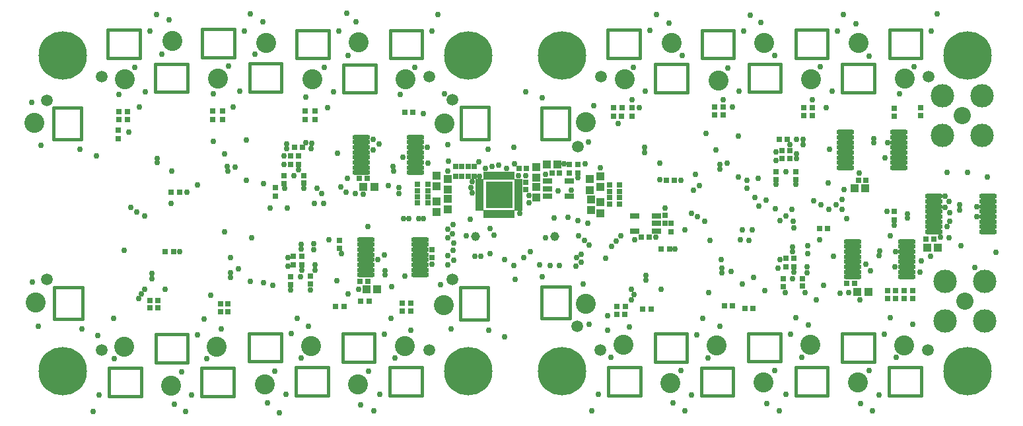
<source format=gts>
G04*
G04 #@! TF.GenerationSoftware,Altium Limited,Altium Designer,18.1.6 (161)*
G04*
G04 Layer_Color=8388736*
%FSLAX44Y44*%
%MOMM*%
G71*
G01*
G75*
%ADD14C,0.4064*%
%ADD28O,2.3032X0.6532*%
%ADD29R,0.7032X0.8032*%
%ADD30R,0.8032X0.7032*%
%ADD31R,0.8032X0.7532*%
%ADD32R,1.3032X0.8032*%
%ADD33R,1.1032X1.0032*%
%ADD34R,0.7532X0.8032*%
%ADD35R,0.8032X0.8032*%
%ADD36R,1.0032X1.1032*%
%ADD37R,0.8032X0.8032*%
%ADD38R,3.3528X3.3528*%
%ADD39R,0.5080X1.0160*%
%ADD40R,1.0160X0.5080*%
%ADD41C,2.2032*%
%ADD42C,3.0032*%
%ADD43C,1.1684*%
%ADD44C,0.7620*%
%ADD45C,1.5032*%
%ADD46C,2.5654*%
%ADD47C,6.2032*%
D14*
X709823Y364423D02*
Y405571D01*
X673755Y364423D02*
Y405571D01*
Y364423D02*
X709823D01*
X673755Y405571D02*
X709823D01*
X1161070Y469144D02*
Y505212D01*
X1119922Y469144D02*
Y505212D01*
X1161070D01*
X1119922Y469144D02*
X1161070D01*
X1119462Y36328D02*
Y72396D01*
X1160610Y36328D02*
Y72396D01*
X1119462Y36328D02*
X1160610D01*
X1119462Y72396D02*
X1160610D01*
X980222Y79820D02*
Y115888D01*
X939074Y79820D02*
Y115888D01*
X980222D01*
X939074Y79820D02*
X980222D01*
X878862Y36016D02*
Y72084D01*
X920010Y36016D02*
Y72084D01*
X878862Y36016D02*
X920010D01*
X878862Y72084D02*
X920010D01*
X860496Y79396D02*
Y115464D01*
X819348Y79396D02*
Y115464D01*
X860496D01*
X819348Y79396D02*
X860496D01*
X999760Y36469D02*
Y72537D01*
X1040908Y36469D02*
Y72537D01*
X999760Y36469D02*
X1040908D01*
X999760Y72537D02*
X1040908D01*
X1100618Y79762D02*
Y115830D01*
X1059470Y79762D02*
Y115830D01*
X1100618D01*
X1059470Y79762D02*
X1100618D01*
X939546Y425374D02*
Y461442D01*
X980694Y425374D02*
Y461442D01*
X939546Y425374D02*
X980694D01*
X939546Y461442D02*
X980694D01*
X920540Y468718D02*
Y504786D01*
X879392Y468718D02*
Y504786D01*
X920540D01*
X879392Y468718D02*
X920540D01*
X800109Y469199D02*
Y505267D01*
X758961Y469199D02*
Y505267D01*
X800109D01*
X758961Y469199D02*
X800109D01*
X674056Y176040D02*
X710124D01*
X674056Y134892D02*
X710124D01*
X674056D02*
Y176040D01*
X710124Y134892D02*
Y176040D01*
X569610Y133605D02*
X605678D01*
X569610Y174753D02*
X605678D01*
Y133605D02*
Y174753D01*
X569610Y133605D02*
Y174753D01*
X759730Y36494D02*
Y72562D01*
X800878Y36494D02*
Y72562D01*
X759730Y36494D02*
X800878D01*
X759730Y72562D02*
X800878D01*
X1040868Y468884D02*
Y504952D01*
X999720Y468884D02*
Y504952D01*
X1040868D01*
X999720Y468884D02*
X1040868D01*
X819682Y424942D02*
Y461010D01*
X860830Y424942D02*
Y461010D01*
X819682Y424942D02*
X860830D01*
X819682Y461010D02*
X860830D01*
X570418Y364893D02*
X606486D01*
X570418Y406041D02*
X606486D01*
Y364893D02*
Y406041D01*
X570418Y364893D02*
Y406041D01*
X1059410Y424942D02*
Y461010D01*
X1100558Y424942D02*
Y461010D01*
X1059410Y424942D02*
X1100558D01*
X1059410Y461010D02*
X1100558D01*
X340090Y80094D02*
Y116162D01*
X298942Y80094D02*
Y116162D01*
X340090D01*
X298942Y80094D02*
X340090D01*
X459978Y79708D02*
Y115776D01*
X418830Y79708D02*
Y115776D01*
X459978D01*
X418830Y79708D02*
X459978D01*
X49352Y134185D02*
X85420D01*
X49352Y175333D02*
X85420D01*
Y134185D02*
Y175333D01*
X49352Y134185D02*
Y175333D01*
X220650Y78546D02*
Y114614D01*
X179502Y78546D02*
Y114614D01*
X220650D01*
X179502Y78546D02*
X220650D01*
X359166Y36469D02*
Y72537D01*
X400314Y36469D02*
Y72537D01*
X359166Y36469D02*
X400314D01*
X359166Y72537D02*
X400314D01*
X479622Y36469D02*
Y72537D01*
X520770Y36469D02*
Y72537D01*
X479622Y36469D02*
X520770D01*
X479622Y72537D02*
X520770D01*
X119704Y35544D02*
Y71612D01*
X160852Y35544D02*
Y71612D01*
X119704Y35544D02*
X160852D01*
X119704Y71612D02*
X160852D01*
X238322Y35544D02*
Y71612D01*
X279470Y35544D02*
Y71612D01*
X238322Y35544D02*
X279470D01*
X238322Y71612D02*
X279470D01*
X280138Y469724D02*
Y505792D01*
X238990Y469724D02*
Y505792D01*
X280138D01*
X238990Y469724D02*
X280138D01*
X401490Y468630D02*
Y504698D01*
X360342Y468630D02*
Y504698D01*
X401490D01*
X360342Y468630D02*
X401490D01*
X521124Y468424D02*
Y504492D01*
X479976Y468424D02*
Y504492D01*
X521124D01*
X479976Y468424D02*
X521124D01*
X48000Y364320D02*
X84068D01*
X48000Y405468D02*
X84068D01*
Y364320D02*
Y405468D01*
X48000Y364320D02*
Y405468D01*
X299490Y425704D02*
Y461772D01*
X340638Y425704D02*
Y461772D01*
X299490Y425704D02*
X340638D01*
X299490Y461772D02*
X340638D01*
X420394Y424688D02*
Y460756D01*
X461542Y424688D02*
Y460756D01*
X420394Y424688D02*
X461542D01*
X420394Y460756D02*
X461542D01*
X179086Y425368D02*
Y461436D01*
X220234Y425368D02*
Y461436D01*
X179086Y425368D02*
X220234D01*
X179086Y461436D02*
X220234D01*
X159248Y468906D02*
Y504974D01*
X118100Y468906D02*
Y504974D01*
X159248D01*
X118100Y468906D02*
X159248D01*
D28*
X518072Y190754D02*
D03*
Y197254D02*
D03*
Y203754D02*
D03*
Y210254D02*
D03*
Y216754D02*
D03*
Y223254D02*
D03*
Y229754D02*
D03*
Y236254D02*
D03*
X449072Y190754D02*
D03*
Y197254D02*
D03*
Y203754D02*
D03*
Y210254D02*
D03*
Y216754D02*
D03*
Y223254D02*
D03*
Y229754D02*
D03*
Y236254D02*
D03*
X1073150Y233680D02*
D03*
Y227180D02*
D03*
Y220680D02*
D03*
Y214180D02*
D03*
Y207680D02*
D03*
Y201180D02*
D03*
Y194680D02*
D03*
Y188180D02*
D03*
X1142150Y233680D02*
D03*
Y227180D02*
D03*
Y220680D02*
D03*
Y214180D02*
D03*
Y207680D02*
D03*
Y201180D02*
D03*
Y194680D02*
D03*
Y188180D02*
D03*
X1177124Y291710D02*
D03*
Y285210D02*
D03*
Y278710D02*
D03*
Y272210D02*
D03*
Y265710D02*
D03*
Y259210D02*
D03*
Y252710D02*
D03*
Y246210D02*
D03*
X1246124Y291710D02*
D03*
Y285210D02*
D03*
Y278710D02*
D03*
Y272210D02*
D03*
Y265710D02*
D03*
Y259210D02*
D03*
Y252710D02*
D03*
Y246210D02*
D03*
X1063332Y373668D02*
D03*
Y367168D02*
D03*
Y360668D02*
D03*
Y354168D02*
D03*
Y347668D02*
D03*
Y341168D02*
D03*
Y334668D02*
D03*
Y328168D02*
D03*
X1132332Y373668D02*
D03*
Y367168D02*
D03*
Y360668D02*
D03*
Y354168D02*
D03*
Y347668D02*
D03*
Y341168D02*
D03*
Y334668D02*
D03*
Y328168D02*
D03*
X443318Y367572D02*
D03*
Y361072D02*
D03*
Y354572D02*
D03*
Y348072D02*
D03*
Y341572D02*
D03*
Y335072D02*
D03*
Y328572D02*
D03*
Y322072D02*
D03*
X512318Y367572D02*
D03*
Y361072D02*
D03*
Y354572D02*
D03*
Y348072D02*
D03*
Y341572D02*
D03*
Y335072D02*
D03*
Y328572D02*
D03*
Y322072D02*
D03*
D29*
X377444Y189150D02*
D03*
Y179150D02*
D03*
X352498Y188642D02*
D03*
Y178642D02*
D03*
X1008522Y176356D02*
D03*
Y186356D02*
D03*
X983576Y175848D02*
D03*
Y185848D02*
D03*
X999723Y313410D02*
D03*
Y323410D02*
D03*
X974577Y312902D02*
D03*
Y322902D02*
D03*
X654050Y300054D02*
D03*
Y310054D02*
D03*
X369316Y318436D02*
D03*
Y308436D02*
D03*
X344170Y317928D02*
D03*
Y307928D02*
D03*
D30*
X451278Y182880D02*
D03*
X441278D02*
D03*
X1075356Y180306D02*
D03*
X1065356D02*
D03*
X1177210Y236728D02*
D03*
X1167210D02*
D03*
X1090088Y312420D02*
D03*
X1080088D02*
D03*
X440770Y314706D02*
D03*
X450770D02*
D03*
X654986Y327152D02*
D03*
X644986D02*
D03*
X802006Y239000D02*
D03*
X812006D02*
D03*
X687250Y321818D02*
D03*
X697250D02*
D03*
D31*
X840250Y257000D02*
D03*
Y246500D02*
D03*
X832750Y256878D02*
D03*
Y267378D02*
D03*
X709853Y321648D02*
D03*
Y332148D02*
D03*
X720750D02*
D03*
Y321648D02*
D03*
X332740Y302684D02*
D03*
Y292184D02*
D03*
X533446Y223260D02*
D03*
Y212760D02*
D03*
X1126490Y261704D02*
D03*
Y272204D02*
D03*
X1160018Y394800D02*
D03*
Y405300D02*
D03*
X1150112Y171112D02*
D03*
Y160612D02*
D03*
X1117346Y170858D02*
D03*
Y160358D02*
D03*
X1128268Y171112D02*
D03*
Y160612D02*
D03*
X1139190Y171112D02*
D03*
Y160612D02*
D03*
X1010158Y395054D02*
D03*
Y405554D02*
D03*
X906780Y396070D02*
D03*
Y406570D02*
D03*
X789686Y394546D02*
D03*
Y405046D02*
D03*
X1020826Y394970D02*
D03*
Y405470D02*
D03*
X896112Y396070D02*
D03*
Y406570D02*
D03*
X1125982Y394292D02*
D03*
Y404792D02*
D03*
X415036Y224874D02*
D03*
Y235374D02*
D03*
X495300Y144356D02*
D03*
Y154856D02*
D03*
X262382Y143340D02*
D03*
Y153840D02*
D03*
X506476Y144356D02*
D03*
Y154856D02*
D03*
X272034Y143340D02*
D03*
Y153840D02*
D03*
X371000Y400728D02*
D03*
Y390228D02*
D03*
X131572Y365674D02*
D03*
Y376174D02*
D03*
X143256Y400220D02*
D03*
Y389720D02*
D03*
X132080Y400220D02*
D03*
Y389720D02*
D03*
X383540Y400728D02*
D03*
Y390228D02*
D03*
X252730Y400728D02*
D03*
Y390228D02*
D03*
X264922Y400728D02*
D03*
Y390228D02*
D03*
D32*
X793208Y247250D02*
D03*
Y266250D02*
D03*
X821208D02*
D03*
Y256750D02*
D03*
Y247250D02*
D03*
X709556Y311036D02*
D03*
Y292036D02*
D03*
X681556D02*
D03*
Y301536D02*
D03*
Y311036D02*
D03*
D33*
X749554Y283860D02*
D03*
Y269860D02*
D03*
X737500Y287942D02*
D03*
Y273942D02*
D03*
X553466Y288766D02*
D03*
Y274766D02*
D03*
X539750Y285500D02*
D03*
Y271500D02*
D03*
X667426Y329250D02*
D03*
Y315250D02*
D03*
X736092Y313578D02*
D03*
Y299578D02*
D03*
X749554Y317642D02*
D03*
Y303642D02*
D03*
X553466Y314214D02*
D03*
Y300214D02*
D03*
X539750Y318484D02*
D03*
Y304484D02*
D03*
X667426Y304102D02*
D03*
Y290102D02*
D03*
D34*
X989000Y364750D02*
D03*
X978500D02*
D03*
X827616Y224282D02*
D03*
X838116D02*
D03*
X992489Y339716D02*
D03*
X981989D02*
D03*
X992349Y350638D02*
D03*
X981849D02*
D03*
X1040838Y250250D02*
D03*
X1030338D02*
D03*
X997582Y212277D02*
D03*
X987082D02*
D03*
X945304Y148082D02*
D03*
X934804D02*
D03*
X918888Y151638D02*
D03*
X908388D02*
D03*
X780966Y140462D02*
D03*
X770466D02*
D03*
X781220Y150622D02*
D03*
X770720D02*
D03*
X814240Y147320D02*
D03*
X803740D02*
D03*
X777156Y405384D02*
D03*
X766656D02*
D03*
X776902Y394546D02*
D03*
X766402D02*
D03*
X366504Y215071D02*
D03*
X356004D02*
D03*
X442298Y157480D02*
D03*
X452798D02*
D03*
X172042Y148844D02*
D03*
X182542D02*
D03*
X420540Y150368D02*
D03*
X410040D02*
D03*
X171788Y157734D02*
D03*
X182288D02*
D03*
X498686Y399288D02*
D03*
X509186D02*
D03*
X210016Y296926D02*
D03*
X199516D02*
D03*
X357000Y354572D02*
D03*
X367500D02*
D03*
X362500Y343632D02*
D03*
X352000D02*
D03*
X362482Y332750D02*
D03*
X351982D02*
D03*
X844434Y312420D02*
D03*
X833934D02*
D03*
X997722Y201355D02*
D03*
X987222D02*
D03*
X202100Y220336D02*
D03*
X191600D02*
D03*
X356144Y204149D02*
D03*
X366644D02*
D03*
D35*
X761088Y281878D02*
D03*
Y289878D02*
D03*
Y297878D02*
D03*
Y305878D02*
D03*
X774088D02*
D03*
Y297878D02*
D03*
Y289878D02*
D03*
Y281878D02*
D03*
X528216Y306974D02*
D03*
Y298974D02*
D03*
Y290974D02*
D03*
Y282974D02*
D03*
X515216D02*
D03*
Y290974D02*
D03*
Y298974D02*
D03*
Y306974D02*
D03*
D36*
X694500Y332250D02*
D03*
X680500D02*
D03*
X1079104Y169164D02*
D03*
X1093104D02*
D03*
X1168258Y226060D02*
D03*
X1182258D02*
D03*
X1089264Y302006D02*
D03*
X1075264D02*
D03*
X449358Y172720D02*
D03*
X463358D02*
D03*
X445628Y303784D02*
D03*
X459628D02*
D03*
D37*
X563818Y330350D02*
D03*
X571818D02*
D03*
X579818D02*
D03*
X587818D02*
D03*
Y317350D02*
D03*
X579818D02*
D03*
X571818D02*
D03*
X563818D02*
D03*
D38*
X619506Y293624D02*
D03*
D39*
X601980Y318516D02*
D03*
X607060D02*
D03*
X611886D02*
D03*
X616966D02*
D03*
X622046D02*
D03*
X627126D02*
D03*
X631952D02*
D03*
X637032D02*
D03*
Y268732D02*
D03*
X631952D02*
D03*
X627126D02*
D03*
X622046D02*
D03*
X616966D02*
D03*
X611886D02*
D03*
X607060D02*
D03*
X601980D02*
D03*
D40*
X644398Y311150D02*
D03*
Y306070D02*
D03*
Y301244D02*
D03*
Y296164D02*
D03*
Y291084D02*
D03*
Y286004D02*
D03*
Y281178D02*
D03*
Y276098D02*
D03*
X594614D02*
D03*
Y281178D02*
D03*
Y286004D02*
D03*
Y291084D02*
D03*
Y296164D02*
D03*
Y301244D02*
D03*
Y306070D02*
D03*
Y311150D02*
D03*
D41*
X1213228Y394752D02*
D03*
X1216568Y157638D02*
D03*
D42*
X1187828Y420152D02*
D03*
Y369352D02*
D03*
X1238628D02*
D03*
Y420152D02*
D03*
X1191168Y183038D02*
D03*
Y132238D02*
D03*
X1241968D02*
D03*
Y183038D02*
D03*
D43*
X690800Y240000D02*
D03*
X589200D02*
D03*
D44*
X550000Y422722D02*
D03*
X711785Y299265D02*
D03*
X852330Y312420D02*
D03*
X825558Y313192D02*
D03*
X890086Y234950D02*
D03*
X756589Y212286D02*
D03*
X1120902Y240866D02*
D03*
X1030750Y235750D02*
D03*
X425016Y315104D02*
D03*
X322771Y26771D02*
D03*
X203080Y25080D02*
D03*
X1143500Y269402D02*
D03*
X1143250Y263833D02*
D03*
X871630Y319870D02*
D03*
X902500Y326795D02*
D03*
Y332750D02*
D03*
X362482Y325947D02*
D03*
X371518Y360518D02*
D03*
X347250Y352806D02*
D03*
X1001000Y340000D02*
D03*
Y346118D02*
D03*
X806250Y354572D02*
D03*
X806039Y348017D02*
D03*
X1000549Y364268D02*
D03*
X992349Y357500D02*
D03*
X884840Y372340D02*
D03*
X1161250Y209000D02*
D03*
X1159307Y194259D02*
D03*
X1211750Y228500D02*
D03*
X720500Y315301D02*
D03*
X729750Y333000D02*
D03*
X702876Y333699D02*
D03*
X679156Y319468D02*
D03*
X685038Y202692D02*
D03*
X690534Y264263D02*
D03*
X646282Y270263D02*
D03*
X577516Y241412D02*
D03*
X561632Y231432D02*
D03*
X560578Y255270D02*
D03*
X522250Y263320D02*
D03*
X491250Y295656D02*
D03*
Y302500D02*
D03*
X503750Y263320D02*
D03*
X516500Y263250D02*
D03*
X497500Y263320D02*
D03*
X679033Y238262D02*
D03*
X612380Y300750D02*
D03*
X612376Y293624D02*
D03*
X695214Y298250D02*
D03*
X749554Y328054D02*
D03*
X733085Y257415D02*
D03*
X720500Y260630D02*
D03*
X736346Y273924D02*
D03*
X654050Y318008D02*
D03*
X1065220Y262780D02*
D03*
X1059680Y275000D02*
D03*
X1052086Y280750D02*
D03*
X1059250Y287500D02*
D03*
X961547Y286514D02*
D03*
X997524Y251190D02*
D03*
X997000Y260000D02*
D03*
X1042000Y275000D02*
D03*
X1032250Y280495D02*
D03*
X1023000Y286250D02*
D03*
X995250Y274882D02*
D03*
X883500Y260000D02*
D03*
X952880Y278962D02*
D03*
X974137Y275750D02*
D03*
X874250Y265500D02*
D03*
X866186Y270000D02*
D03*
X947750Y289789D02*
D03*
X937500Y301750D02*
D03*
Y312500D02*
D03*
X951964Y314941D02*
D03*
X926279Y316776D02*
D03*
X868750Y299250D02*
D03*
X876750Y305000D02*
D03*
X857750Y248750D02*
D03*
X820926Y239000D02*
D03*
X793208Y235966D02*
D03*
X980130Y260630D02*
D03*
X987000Y266750D02*
D03*
X832358Y276352D02*
D03*
X764000Y227250D02*
D03*
X769802Y234500D02*
D03*
X775250Y240656D02*
D03*
X735076Y228824D02*
D03*
X944326Y248441D02*
D03*
X931750Y248500D02*
D03*
X940131Y234869D02*
D03*
X929306Y235966D02*
D03*
X1209750Y274250D02*
D03*
X1210000Y280782D02*
D03*
X1197558Y270763D02*
D03*
X1126490Y254510D02*
D03*
X1116500Y272250D02*
D03*
X1172494Y215006D02*
D03*
X1231960Y265710D02*
D03*
X1197500Y260000D02*
D03*
X1196308Y238512D02*
D03*
X1185558Y239762D02*
D03*
X1194054Y252730D02*
D03*
X1231946Y278710D02*
D03*
X1127637Y220680D02*
D03*
X1128948Y85426D02*
D03*
X1149570Y127762D02*
D03*
X1196340Y284988D02*
D03*
X1191696Y291664D02*
D03*
X1191514Y277876D02*
D03*
X946150Y187498D02*
D03*
X996076Y185848D02*
D03*
X979772Y210245D02*
D03*
X977392Y199323D02*
D03*
X728756Y235174D02*
D03*
X721106Y241046D02*
D03*
X1117632Y360668D02*
D03*
X1015492Y218440D02*
D03*
X1015702Y228092D02*
D03*
X329608Y177970D02*
D03*
X610362Y330200D02*
D03*
X391922Y295656D02*
D03*
X612775Y241808D02*
D03*
X383286Y196850D02*
D03*
X1014364Y200914D02*
D03*
X618744Y331470D02*
D03*
X386588Y302337D02*
D03*
X608076Y250444D02*
D03*
X383286Y203708D02*
D03*
X997722Y194377D02*
D03*
X660081Y220726D02*
D03*
X671576Y203454D02*
D03*
X725170Y207010D02*
D03*
X718566Y213122D02*
D03*
X718379Y202117D02*
D03*
X725170Y217678D02*
D03*
X707644Y264632D02*
D03*
X651256Y212894D02*
D03*
X697150Y202692D02*
D03*
X825558Y334322D02*
D03*
X845312Y224282D02*
D03*
X827532Y172466D02*
D03*
X792884Y166116D02*
D03*
X789178Y172466D02*
D03*
X788924Y159313D02*
D03*
X496062Y341884D02*
D03*
X484124Y324104D02*
D03*
X483870Y329692D02*
D03*
X401113Y235679D02*
D03*
X423418Y296926D02*
D03*
X394462Y282956D02*
D03*
X416814Y304038D02*
D03*
X383032Y282956D02*
D03*
X348234Y276606D02*
D03*
X451104Y252730D02*
D03*
X454406Y223254D02*
D03*
X451104Y229754D02*
D03*
X454406Y236254D02*
D03*
X326164Y276606D02*
D03*
X594464Y317350D02*
D03*
X527800Y354572D02*
D03*
X199586Y324162D02*
D03*
X199516Y282322D02*
D03*
X191122Y172607D02*
D03*
X585216Y310134D02*
D03*
X457868Y364585D02*
D03*
X554228Y249174D02*
D03*
X157734Y160274D02*
D03*
X147066Y277079D02*
D03*
X584962Y296164D02*
D03*
X458216Y351536D02*
D03*
X554228Y238252D02*
D03*
X165354Y172720D02*
D03*
X165100Y266446D02*
D03*
X583438Y303276D02*
D03*
X559816Y243586D02*
D03*
X465398Y358648D02*
D03*
X161290Y166750D02*
D03*
X155448Y271526D02*
D03*
X318008Y307848D02*
D03*
X638810Y354114D02*
D03*
X593598Y336130D02*
D03*
X553466Y274766D02*
D03*
X553466Y323850D02*
D03*
X554990Y336804D02*
D03*
X210262Y220336D02*
D03*
X219588Y297180D02*
D03*
X174208Y192571D02*
D03*
X473456Y191102D02*
D03*
Y196596D02*
D03*
X498602Y189484D02*
D03*
X560832Y222060D02*
D03*
X554228Y215646D02*
D03*
X561086Y209804D02*
D03*
X554228Y203962D02*
D03*
X344132Y332710D02*
D03*
X626872Y210566D02*
D03*
X317500Y181102D02*
D03*
X348694Y202117D02*
D03*
X638302Y202692D02*
D03*
X658114Y283210D02*
D03*
X608330Y218440D02*
D03*
X582676Y262382D02*
D03*
X596392Y214884D02*
D03*
X588296Y215071D02*
D03*
X974539Y337684D02*
D03*
X417576Y217932D02*
D03*
X533446Y204516D02*
D03*
X477577Y305365D02*
D03*
X629412Y327660D02*
D03*
X382270Y223266D02*
D03*
X382016Y230632D02*
D03*
X366644Y197319D02*
D03*
X445628Y294782D02*
D03*
X435102Y295656D02*
D03*
X640334Y185206D02*
D03*
X658368Y292354D02*
D03*
X639318Y332994D02*
D03*
X644398Y318008D02*
D03*
X601980Y327456D02*
D03*
X1245292Y316300D02*
D03*
X1193546Y322326D02*
D03*
X1220182Y322360D02*
D03*
X1256680Y219598D02*
D03*
X1229614Y200406D02*
D03*
X1107186Y221488D02*
D03*
X1106932Y215646D02*
D03*
X1100021Y360172D02*
D03*
X1100154Y365674D02*
D03*
X1061894Y300054D02*
D03*
X1041146Y308864D02*
D03*
X1081024Y321818D02*
D03*
X1020826Y415798D02*
D03*
X553600Y358274D02*
D03*
X734254Y360862D02*
D03*
X740854Y407734D02*
D03*
X792014Y457212D02*
D03*
X789686Y415544D02*
D03*
X837244Y513528D02*
D03*
X854202Y472434D02*
D03*
X912864Y455688D02*
D03*
X906780Y415544D02*
D03*
X1009513Y364776D02*
D03*
X955321Y514831D02*
D03*
X973248Y472434D02*
D03*
X1132900Y422916D02*
D03*
X1076972Y513068D02*
D03*
X1093712Y471678D02*
D03*
X522780Y397970D02*
D03*
X758698Y120396D02*
D03*
X758444Y138346D02*
D03*
X439518Y172720D02*
D03*
X1083056Y26416D02*
D03*
X1093712Y68338D02*
D03*
X1127010Y201180D02*
D03*
X962660Y26416D02*
D03*
X972636Y68396D02*
D03*
X1007333Y85567D02*
D03*
X1016054Y126438D02*
D03*
X1082294Y158750D02*
D03*
X1067562Y168656D02*
D03*
X1056386Y167470D02*
D03*
X1035558Y177546D02*
D03*
X1026139Y158750D02*
D03*
X1096010Y196596D02*
D03*
X1090168Y204978D02*
D03*
X887280Y84132D02*
D03*
X902692Y124968D02*
D03*
X842934Y27016D02*
D03*
X853074Y67972D02*
D03*
X544830Y178642D02*
D03*
X727456Y179212D02*
D03*
X763374Y85592D02*
D03*
X786748Y123808D02*
D03*
X734956Y127374D02*
D03*
X557786Y121960D02*
D03*
X995680Y227076D02*
D03*
X995426Y220980D02*
D03*
X174244Y185928D02*
D03*
X808228Y189992D02*
D03*
Y184404D02*
D03*
X905256Y193643D02*
D03*
Y199323D02*
D03*
X960036Y170858D02*
D03*
X986482Y168402D02*
D03*
X1011482Y168656D02*
D03*
X916828Y195622D02*
D03*
X904240Y210820D02*
D03*
X888559Y168215D02*
D03*
X738803Y17028D02*
D03*
X747054Y37562D02*
D03*
X1120843Y135756D02*
D03*
X1113294Y114560D02*
D03*
X1000447Y135814D02*
D03*
X992898Y114618D02*
D03*
X1098535Y16862D02*
D03*
X1106786Y37396D02*
D03*
X978833Y17003D02*
D03*
X987084Y37537D02*
D03*
X857935Y16550D02*
D03*
X866186Y37084D02*
D03*
X1181295Y525138D02*
D03*
X1151690Y457720D02*
D03*
X1173746Y503942D02*
D03*
X772414Y385318D02*
D03*
X1114298Y341122D02*
D03*
X987277Y323410D02*
D03*
X926135Y369067D02*
D03*
X974739Y306780D02*
D03*
X999739Y306954D02*
D03*
X912013Y334412D02*
D03*
X897911Y350806D02*
D03*
X1009375Y357780D02*
D03*
X1043241Y351776D02*
D03*
X974539Y348606D02*
D03*
X931418Y179466D02*
D03*
X1048654Y215138D02*
D03*
X1014364Y194056D02*
D03*
X880721Y135390D02*
D03*
X873172Y114194D02*
D03*
X918619Y405908D02*
D03*
X926870Y426442D02*
D03*
X941467Y524252D02*
D03*
X933216Y503718D02*
D03*
X821036Y524733D02*
D03*
X812785Y504199D02*
D03*
X675124Y188716D02*
D03*
X626573Y111420D02*
D03*
X606039Y119671D02*
D03*
X1061093Y524878D02*
D03*
X1031488Y457460D02*
D03*
X1053544Y503682D02*
D03*
X799457Y405016D02*
D03*
X807006Y426212D02*
D03*
X1039185Y405016D02*
D03*
X1046734Y426212D02*
D03*
X653829Y425796D02*
D03*
X675025Y418247D02*
D03*
X605216Y352217D02*
D03*
X263144Y121412D02*
D03*
X21396Y181924D02*
D03*
X29210Y124968D02*
D03*
X125222Y135636D02*
D03*
X411226Y183134D02*
D03*
X425704Y166500D02*
D03*
X481632Y175562D02*
D03*
X472327Y216754D02*
D03*
X464370Y210254D02*
D03*
X377498Y171958D02*
D03*
X352498Y172012D02*
D03*
X375158Y124714D02*
D03*
X442408Y24698D02*
D03*
X506476Y119754D02*
D03*
X378968Y352806D02*
D03*
X379106Y359802D02*
D03*
X412834Y346802D02*
D03*
X347000Y359000D02*
D03*
X356870Y318436D02*
D03*
X369332Y301980D02*
D03*
X344332Y301806D02*
D03*
X271350Y329869D02*
D03*
X271504Y324162D02*
D03*
X295872Y311802D02*
D03*
X233172Y306070D02*
D03*
X295729Y364093D02*
D03*
X281606Y329438D02*
D03*
X252984Y361835D02*
D03*
X344132Y343632D02*
D03*
X267504Y345832D02*
D03*
X365760Y224282D02*
D03*
Y230124D02*
D03*
X364998Y188642D02*
D03*
X348694Y213039D02*
D03*
X181096Y340360D02*
D03*
Y334898D02*
D03*
X275590Y187960D02*
D03*
Y193643D02*
D03*
X250190Y165100D02*
D03*
X302260Y238760D02*
D03*
X267970Y246380D02*
D03*
X285750Y198416D02*
D03*
X300340Y182260D02*
D03*
X275232Y213360D02*
D03*
X458695Y17003D02*
D03*
X486222Y84237D02*
D03*
X466946Y37897D02*
D03*
X365766Y84237D02*
D03*
X346490Y37897D02*
D03*
X217395Y16078D02*
D03*
X244922Y83312D02*
D03*
X225646Y36972D02*
D03*
X480905Y135242D02*
D03*
X451866Y67434D02*
D03*
X472654Y115190D02*
D03*
X361017Y135628D02*
D03*
X331978Y67820D02*
D03*
X352766Y115576D02*
D03*
X138674Y222719D02*
D03*
X423904Y526774D02*
D03*
X435932Y515246D02*
D03*
X104886Y113258D02*
D03*
X84834Y121509D02*
D03*
X241577Y134080D02*
D03*
X233326Y114028D02*
D03*
X212538Y66272D02*
D03*
X338239Y14040D02*
D03*
X98777Y16078D02*
D03*
X126304Y83312D02*
D03*
X107028Y36972D02*
D03*
X528320Y334264D02*
D03*
X20126Y411794D02*
D03*
X32512Y357378D02*
D03*
X414166Y503174D02*
D03*
X286814Y426720D02*
D03*
X316908Y515366D02*
D03*
X533800Y503222D02*
D03*
X407718Y425756D02*
D03*
X292814Y503936D02*
D03*
X166410Y425954D02*
D03*
X187198Y473710D02*
D03*
X171924Y503546D02*
D03*
X82042Y351644D02*
D03*
X395158Y457206D02*
D03*
X371542Y418846D02*
D03*
X196656Y518100D02*
D03*
X152648Y457206D02*
D03*
X131826Y422402D02*
D03*
X426214Y472492D02*
D03*
X272542Y458724D02*
D03*
X252984Y422910D02*
D03*
X511744Y457000D02*
D03*
X492954Y422196D02*
D03*
X306748Y473964D02*
D03*
X144892Y374396D02*
D03*
X301065Y525258D02*
D03*
X541349Y524418D02*
D03*
X103534Y343393D02*
D03*
X278563Y406238D02*
D03*
X399467Y405222D02*
D03*
X180175Y524440D02*
D03*
X158159Y405902D02*
D03*
D45*
X559816Y415544D02*
D03*
X720500Y355000D02*
D03*
X720000Y125000D02*
D03*
X559816Y185000D02*
D03*
X40000Y415000D02*
D03*
Y185000D02*
D03*
X530500Y445000D02*
D03*
X110500D02*
D03*
X1170250D02*
D03*
X750250D02*
D03*
X1169750Y95000D02*
D03*
X749750D02*
D03*
X110000D02*
D03*
X530000D02*
D03*
D46*
X958910Y52896D02*
D03*
X959071Y488001D02*
D03*
X380178Y441706D02*
D03*
X378714Y99737D02*
D03*
X1019048Y101067D02*
D03*
X1019556Y441960D02*
D03*
X499812Y441500D02*
D03*
X438658Y50162D02*
D03*
X898821Y100578D02*
D03*
X901252Y440188D02*
D03*
X320802Y488696D02*
D03*
X319021Y50548D02*
D03*
X1079306Y52838D02*
D03*
X1080722Y487934D02*
D03*
X439682Y489286D02*
D03*
X499170Y99737D02*
D03*
X839184Y52472D02*
D03*
X730504Y386588D02*
D03*
X23876Y385572D02*
D03*
X257870Y98812D02*
D03*
X731206Y153918D02*
D03*
X840994Y487934D02*
D03*
X258826Y442800D02*
D03*
X25146Y155702D02*
D03*
X1138750Y100926D02*
D03*
X548640Y152570D02*
D03*
X780348Y441712D02*
D03*
X200406Y490982D02*
D03*
X139252Y98812D02*
D03*
X1139758Y442220D02*
D03*
X779018Y101092D02*
D03*
X549850Y384720D02*
D03*
X139700Y441706D02*
D03*
X199330Y49000D02*
D03*
D47*
X700000Y67500D02*
D03*
Y472500D02*
D03*
X580000D02*
D03*
Y67500D02*
D03*
X60000D02*
D03*
Y472500D02*
D03*
X1220000Y67500D02*
D03*
Y472500D02*
D03*
M02*

</source>
